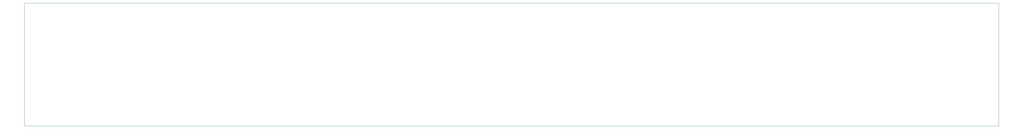
<source format=gm1>
G04 #@! TF.GenerationSoftware,KiCad,Pcbnew,(5.1.4)-1*
G04 #@! TF.CreationDate,2019-11-25T13:30:55+01:00*
G04 #@! TF.ProjectId,Fractionated dipole antenna 2015,46726163-7469-46f6-9e61-746564206469,rev?*
G04 #@! TF.SameCoordinates,Original*
G04 #@! TF.FileFunction,Profile,NP*
%FSLAX46Y46*%
G04 Gerber Fmt 4.6, Leading zero omitted, Abs format (unit mm)*
G04 Created by KiCad (PCBNEW (5.1.4)-1) date 2019-11-25 13:30:55*
%MOMM*%
%LPD*%
G04 APERTURE LIST*
%ADD10C,0.001000*%
G04 APERTURE END LIST*
D10*
X55461600Y-171003000D02*
X371461600Y-171003000D01*
X371461600Y-171003000D02*
X371461600Y-131003000D01*
X371461600Y-131003000D02*
X55461600Y-131003000D01*
X55461600Y-131003000D02*
X55461600Y-171003000D01*
M02*

</source>
